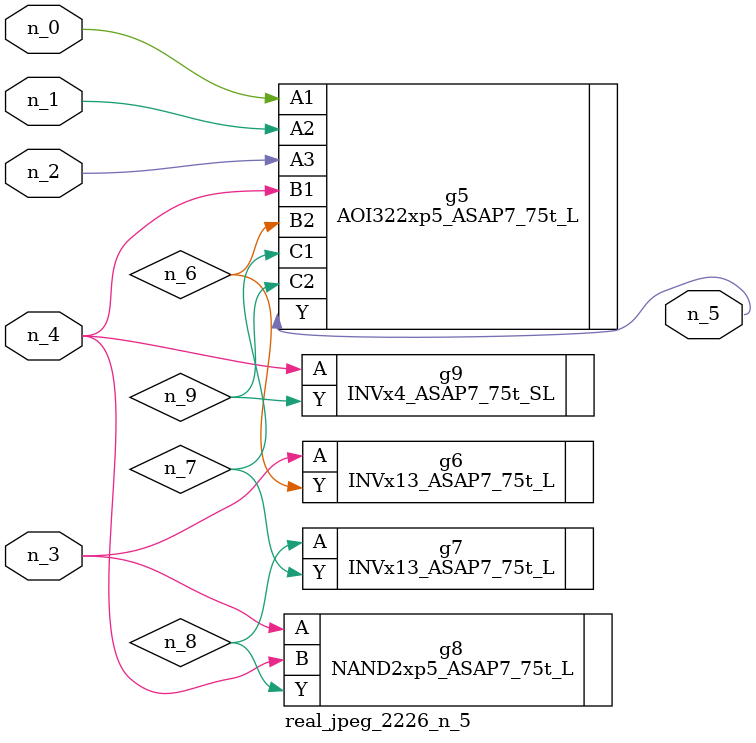
<source format=v>
module real_jpeg_2226_n_5 (n_4, n_0, n_1, n_2, n_3, n_5);

input n_4;
input n_0;
input n_1;
input n_2;
input n_3;

output n_5;

wire n_8;
wire n_6;
wire n_7;
wire n_9;

AOI322xp5_ASAP7_75t_L g5 ( 
.A1(n_0),
.A2(n_1),
.A3(n_2),
.B1(n_4),
.B2(n_6),
.C1(n_7),
.C2(n_9),
.Y(n_5)
);

INVx13_ASAP7_75t_L g6 ( 
.A(n_3),
.Y(n_6)
);

NAND2xp5_ASAP7_75t_L g8 ( 
.A(n_3),
.B(n_4),
.Y(n_8)
);

INVx4_ASAP7_75t_SL g9 ( 
.A(n_4),
.Y(n_9)
);

INVx13_ASAP7_75t_L g7 ( 
.A(n_8),
.Y(n_7)
);


endmodule
</source>
